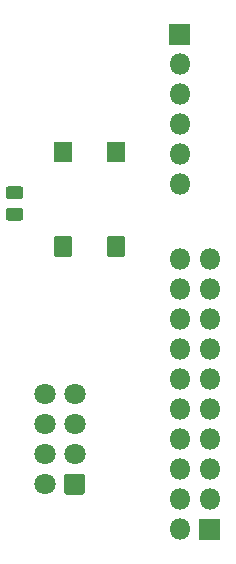
<source format=gts>
G04 This is an RS-274x file exported by *
G04 gerbv version 2.7.0 *
G04 More information is available about gerbv at *
G04 http://gerbv.geda-project.org/ *
G04 --End of header info--*
%MOIN*%
%FSLAX36Y36*%
%IPPOS*%
G04 --Define apertures--*
%ADD10C,0.0709*%
%ADD11O,0.0709X0.0709*%
G04 --Start main section--*
G36*
G01X5916142Y-3690976D02*
G01X5861024Y-3690976D01*
G75*
G02X5859024Y-3688976I0000000J0002000D01*
G01X5859024Y-3625984D01*
G75*
G02X5861024Y-3623984I0002000J0000000D01*
G01X5916142Y-3623984D01*
G75*
G02X5918142Y-3625984I0000000J-002000D01*
G01X5918142Y-3688976D01*
G75*
G02X5916142Y-3690976I-002000J0000000D01*
G37*
G36*
G01X5916142Y-3376016D02*
G01X5861024Y-3376016D01*
G75*
G02X5859024Y-3374016I0000000J0002000D01*
G01X5859024Y-3311024D01*
G75*
G02X5861024Y-3309024I0002000J0000000D01*
G01X5916142Y-3309024D01*
G75*
G02X5918142Y-3311024I0000000J-002000D01*
G01X5918142Y-3374016D01*
G75*
G02X5916142Y-3376016I-002000J0000000D01*
G37*
G36*
G01X5738976Y-3690976D02*
G01X5683858Y-3690976D01*
G75*
G02X5681858Y-3688976I0000000J0002000D01*
G01X5681858Y-3625984D01*
G75*
G02X5683858Y-3623984I0002000J0000000D01*
G01X5738976Y-3623984D01*
G75*
G02X5740976Y-3625984I0000000J-002000D01*
G01X5740976Y-3688976D01*
G75*
G02X5738976Y-3690976I-002000J0000000D01*
G37*
G36*
G01X5738976Y-3376016D02*
G01X5683858Y-3376016D01*
G75*
G02X5681858Y-3374016I0000000J0002000D01*
G01X5681858Y-3311024D01*
G75*
G02X5683858Y-3309024I0002000J0000000D01*
G01X5738976Y-3309024D01*
G75*
G02X5740976Y-3311024I0000000J-002000D01*
G01X5740976Y-3374016D01*
G75*
G02X5738976Y-3376016I-002000J0000000D01*
G37*
G36*
G01X5531259Y-3527823D02*
G01X5568741Y-3527823D01*
G75*
G02X5579559Y-3538641I0000000J-010818D01*
G01X5579559Y-3561359D01*
G75*
G02X5568741Y-3572177I-010818J0000000D01*
G01X5531259Y-3572177D01*
G75*
G02X5520441Y-3561359I0000000J0010818D01*
G01X5520441Y-3538641D01*
G75*
G02X5531259Y-3527823I0010818J0000000D01*
G37*
G36*
G01X5531259Y-3455972D02*
G01X5568741Y-3455972D01*
G75*
G02X5579559Y-3466791I0000000J-010818D01*
G01X5579559Y-3489509D01*
G75*
G02X5568741Y-3500327I-010818J0000000D01*
G01X5531259Y-3500327D01*
G75*
G02X5520441Y-3489509I0000000J0010818D01*
G01X5520441Y-3466791D01*
G75*
G02X5531259Y-3455972I0010818J0000000D01*
G37*
G54D10*
G01X5650000Y-4150000D03*
G01X5650000Y-4250000D03*
G01X5650000Y-4350000D03*
G01X5650000Y-4450000D03*
G01X5750000Y-4150000D03*
G01X5750000Y-4250000D03*
G01X5750000Y-4350000D03*
G36*
G01X5785465Y-4424966D02*
G01X5785465Y-4475034D01*
G75*
G02X5775034Y-4485465I-010431J0000000D01*
G01X5724966Y-4485465D01*
G75*
G02X5714535Y-4475034I0000000J0010431D01*
G01X5714535Y-4424966D01*
G75*
G02X5724966Y-4414535I0010431J0000000D01*
G01X5775034Y-4414535D01*
G75*
G02X5785465Y-4424966I0000000J-010431D01*
G37*
G54D11*
G01X6100000Y-3700000D03*
G01X6200000Y-3700000D03*
G01X6100000Y-3800000D03*
G01X6200000Y-3800000D03*
G01X6100000Y-3900000D03*
G01X6200000Y-3900000D03*
G01X6100000Y-4000000D03*
G01X6200000Y-4000000D03*
G01X6100000Y-4100000D03*
G01X6200000Y-4100000D03*
G01X6100000Y-4200000D03*
G01X6200000Y-4200000D03*
G01X6100000Y-4300000D03*
G01X6200000Y-4300000D03*
G01X6100000Y-4400000D03*
G01X6200000Y-4400000D03*
G01X6100000Y-4500000D03*
G01X6200000Y-4500000D03*
G01X6100000Y-4600000D03*
G36*
G01X6235465Y-4566535D02*
G01X6235465Y-4633465D01*
G75*
G02X6233465Y-4635465I-002000J0000000D01*
G01X6166535Y-4635465D01*
G75*
G02X6164535Y-4633465I0000000J0002000D01*
G01X6164535Y-4566535D01*
G75*
G02X6166535Y-4564535I0002000J0000000D01*
G01X6233465Y-4564535D01*
G75*
G02X6235465Y-4566535I0000000J-002000D01*
G37*
G01X6100000Y-3450000D03*
G01X6100000Y-3350000D03*
G01X6100000Y-3250000D03*
G01X6100000Y-3150000D03*
G01X6100000Y-3050000D03*
G36*
G01X6064535Y-2983465D02*
G01X6064535Y-2916535D01*
G75*
G02X6066535Y-2914535I0002000J0000000D01*
G01X6133465Y-2914535D01*
G75*
G02X6135465Y-2916535I0000000J-002000D01*
G01X6135465Y-2983465D01*
G75*
G02X6133465Y-2985465I-002000J0000000D01*
G01X6066535Y-2985465D01*
G75*
G02X6064535Y-2983465I0000000J0002000D01*
G37*
M02*

</source>
